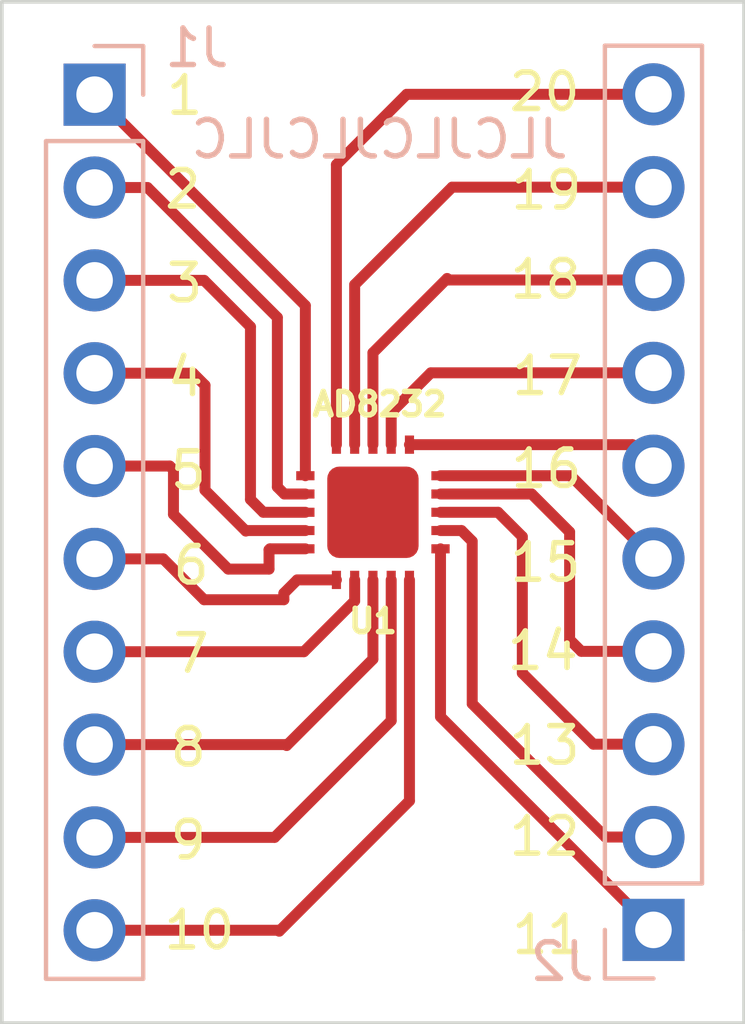
<source format=kicad_pcb>
(kicad_pcb (version 20211014) (generator pcbnew)
  (layers (0 "F.Cu" signal) (31 "B.Cu" power) (34 "B.Paste" user) (35 "F.Paste" user) (36 "B.SilkS" user "B.Silkscreen") (37 "F.SilkS" user "F.Silkscreen") (38 "B.Mask" user) (39 "F.Mask" user) (44 "Edge.Cuts" user))
  (net 0 "")
  (net 1 "Net-(J1-Pad1)")
  (net 2 "Net-(J1-Pad2)")
  (net 3 "Net-(J1-Pad3)")
  (net 4 "Net-(J1-Pad4)")
  (net 5 "Net-(J1-Pad5)")
  (net 6 "Net-(J1-Pad6)")
  (net 7 "Net-(J1-Pad7)")
  (net 8 "Net-(J1-Pad8)")
  (net 9 "Net-(J1-Pad9)")
  (net 10 "Net-(J1-Pad10)")
  (net 11 "Net-(J2-Pad1)")
  (net 12 "Net-(J2-Pad2)")
  (net 13 "Net-(J2-Pad3)")
  (net 14 "Net-(J2-Pad4)")
  (net 15 "Net-(J2-Pad5)")
  (net 16 "Net-(J2-Pad6)")
  (net 17 "Net-(J2-Pad7)")
  (net 18 "Net-(J2-Pad8)")
  (net 19 "Net-(J2-Pad9)")
  (net 20 "Net-(J2-Pad10)")
  (footprint "AD8232:LFCSP_20" (layer "F.Cu") (at 147.32 92.705)
    (fp_text reference "U1" (at 0 2.9768) (layer "F.SilkS") (effects (font (size 0.64 0.64))))
    (fp_text value "AD8232" (at 0.18 -2.955) (layer "F.SilkS") (effects (font (size 0.64 0.64))))
    (pad "1" smd rect locked (at -1.85 -1 270) (size 0.25 0.5) (layers "F.Cu" "F.Paste" "F.Mask") (net 1 "Net-(J1-Pad1)"))
    (pad "2" smd rect locked (at -1.85 -0.5 270) (size 0.25 0.5) (layers "F.Cu" "F.Paste" "F.Mask") (net 2 "Net-(J1-Pad2)"))
    (pad "3" smd rect locked (at -1.85 0 270) (size 0.25 0.5) (layers "F.Cu" "F.Paste" "F.Mask") (net 3 "Net-(J1-Pad3)"))
    (pad "4" smd rect locked (at -1.85 0.5 270) (size 0.25 0.5) (layers "F.Cu" "F.Paste" "F.Mask") (net 4 "Net-(J1-Pad4)"))
    (pad "5" smd rect locked (at -1.85 1 270) (size 0.25 0.5) (layers "F.Cu" "F.Paste" "F.Mask") (net 5 "Net-(J1-Pad5)"))
    (pad "6" smd rect locked (at -1 1.85) (size 0.25 0.5) (layers "F.Cu" "F.Paste" "F.Mask") (net 6 "Net-(J1-Pad6)"))
    (pad "7" smd rect locked (at -0.5 1.85) (size 0.25 0.5) (layers "F.Cu" "F.Paste" "F.Mask") (net 7 "Net-(J1-Pad7)"))
    (pad "8" smd rect locked (at 0 1.85) (size 0.25 0.5) (layers "F.Cu" "F.Paste" "F.Mask") (net 8 "Net-(J1-Pad8)"))
    (pad "9" smd rect locked (at 0.5 1.85) (size 0.25 0.5) (layers "F.Cu" "F.Paste" "F.Mask") (net 9 "Net-(J1-Pad9)"))
    (pad "10" smd rect locked (at 1 1.85) (size 0.25 0.5) (layers "F.Cu" "F.Paste" "F.Mask") (net 10 "Net-(J1-Pad10)"))
    (pad "11" smd rect locked (at 1.85 1 90) (size 0.25 0.5) (layers "F.Cu" "F.Paste" "F.Mask") (net 11 "Net-(J2-Pad1)"))
    (pad "12" smd rect locked (at 1.85 0.5 90) (size 0.25 0.5) (layers "F.Cu" "F.Paste" "F.Mask") (net 12 "Net-(J2-Pad2)"))
    (pad "13" smd rect locked (at 1.85 0 90) (size 0.25 0.5) (layers "F.Cu" "F.Paste" "F.Mask") (net 13 "Net-(J2-Pad3)"))
    (pad "14" smd rect locked (at 1.85 -0.5 90) (size 0.25 0.5) (layers "F.Cu" "F.Paste" "F.Mask") (net 14 "Net-(J2-Pad4)"))
    (pad "15" smd rect locked (at 1.85 -1 90) (size 0.25 0.5) (layers "F.Cu" "F.Paste" "F.Mask") (net 15 "Net-(J2-Pad5)"))
    (pad "16" smd rect locked (at 1 -1.85 180) (size 0.25 0.5) (layers "F.Cu" "F.Paste" "F.Mask") (net 16 "Net-(J2-Pad6)"))
    (pad "17" smd rect locked (at 0.5 -1.85 180) (size 0.25 0.5) (layers "F.Cu" "F.Paste" "F.Mask") (net 17 "Net-(J2-Pad7)"))
    (pad "18" smd rect locked (at 0 -1.85 180) (size 0.25 0.5) (layers "F.Cu" "F.Paste" "F.Mask") (net 18 "Net-(J2-Pad8)"))
    (pad "19" smd rect locked (at -0.5 -1.85 180) (size 0.25 0.5) (layers "F.Cu" "F.Paste" "F.Mask") (net 19 "Net-(J2-Pad9)"))
    (pad "20" smd rect locked (at -1 -1.85 180) (size 0.25 0.5) (layers "F.Cu" "F.Paste" "F.Mask") (net 20 "Net-(J2-Pad10)"))
    (pad "PAD" smd roundrect locked (at 0 0) (size 2.5 2.5) (layers "F.Cu" "F.Mask") (roundrect_rratio 0.13))
  )
  (footprint "Connector_PinHeader_2.54mm:PinHeader_1x10_P2.54mm_Vertical" (layer "B.Cu") (at 139.7 81.28 180)
    (fp_text reference "J1" (at -2.8 1.28) (layer "B.SilkS") (effects (justify mirror)))
    (fp_text value "Conn_01x10_Male" hide)
    (fp_line (start -1.33 -1.27) (end 1.33 -1.27) (layer "B.SilkS") (width 0.12))
    (fp_line (start 1.33 -1.27) (end 1.33 -24.19) (layer "B.SilkS") (width 0.12))
    (fp_line (start -1.33 -24.19) (end 1.33 -24.19) (layer "B.SilkS") (width 0.12))
    (fp_line (start -1.33 -1.27) (end -1.33 -24.19) (layer "B.SilkS") (width 0.12))
    (fp_line (start -1.33 1.33) (end 0 1.33) (layer "B.SilkS") (width 0.12))
    (fp_line (start -1.33 0) (end -1.33 1.33) (layer "B.SilkS") (width 0.12))
    (pad "1" thru_hole rect (at 0 0 180) (size 1.7 1.7) (drill 1) (layers *.Cu *.Mask) (net 1 "Net-(J1-Pad1)"))
    (pad "2" thru_hole oval (at 0 -2.54 180) (size 1.7 1.7) (drill 1) (layers *.Cu *.Mask) (net 2 "Net-(J1-Pad2)"))
    (pad "3" thru_hole oval (at 0 -5.08 180) (size 1.7 1.7) (drill 1) (layers *.Cu *.Mask) (net 3 "Net-(J1-Pad3)"))
    (pad "4" thru_hole oval (at 0 -7.62 180) (size 1.7 1.7) (drill 1) (layers *.Cu *.Mask) (net 4 "Net-(J1-Pad4)"))
    (pad "5" thru_hole oval (at 0 -10.16 180) (size 1.7 1.7) (drill 1) (layers *.Cu *.Mask) (net 5 "Net-(J1-Pad5)"))
    (pad "6" thru_hole oval (at 0 -12.7 180) (size 1.7 1.7) (drill 1) (layers *.Cu *.Mask) (net 6 "Net-(J1-Pad6)"))
    (pad "7" thru_hole oval (at 0 -15.24 180) (size 1.7 1.7) (drill 1) (layers *.Cu *.Mask) (net 7 "Net-(J1-Pad7)"))
    (pad "8" thru_hole oval (at 0 -17.78 180) (size 1.7 1.7) (drill 1) (layers *.Cu *.Mask) (net 8 "Net-(J1-Pad8)"))
    (pad "9" thru_hole oval (at 0 -20.32 180) (size 1.7 1.7) (drill 1) (layers *.Cu *.Mask) (net 9 "Net-(J1-Pad9)"))
    (pad "10" thru_hole oval (at 0 -22.86 180) (size 1.7 1.7) (drill 1) (layers *.Cu *.Mask) (net 10 "Net-(J1-Pad10)"))
  )
  (footprint "Connector_PinHeader_2.54mm:PinHeader_1x10_P2.54mm_Vertical" (layer "B.Cu") (at 155 104.13)
    (fp_text reference "J2" (at -2.5 0.87) (layer "B.SilkS") (effects (justify mirror)))
    (fp_text value "Conn_01x10_Male" hide)
    (fp_line (start -1.33 1.33) (end 0 1.33) (layer "B.SilkS") (width 0.12))
    (fp_line (start -1.33 -1.27) (end 1.33 -1.27) (layer "B.SilkS") (width 0.12))
    (fp_line (start -1.33 -1.27) (end -1.33 -24.19) (layer "B.SilkS") (width 0.12))
    (fp_line (start -1.33 0) (end -1.33 1.33) (layer "B.SilkS") (width 0.12))
    (fp_line (start -1.33 -24.19) (end 1.33 -24.19) (layer "B.SilkS") (width 0.12))
    (fp_line (start 1.33 -1.27) (end 1.33 -24.19) (layer "B.SilkS") (width 0.12))
    (pad "1" thru_hole rect (at 0 0) (size 1.7 1.7) (drill 1) (layers *.Cu *.Mask) (net 11 "Net-(J2-Pad1)"))
    (pad "2" thru_hole oval (at 0 -2.54) (size 1.7 1.7) (drill 1) (layers *.Cu *.Mask) (net 12 "Net-(J2-Pad2)"))
    (pad "3" thru_hole oval (at 0 -5.08) (size 1.7 1.7) (drill 1) (layers *.Cu *.Mask) (net 13 "Net-(J2-Pad3)"))
    (pad "4" thru_hole oval (at 0 -7.62) (size 1.7 1.7) (drill 1) (layers *.Cu *.Mask) (net 14 "Net-(J2-Pad4)"))
    (pad "5" thru_hole oval (at 0 -10.16) (size 1.7 1.7) (drill 1) (layers *.Cu *.Mask) (net 15 "Net-(J2-Pad5)"))
    (pad "6" thru_hole oval (at 0 -12.7) (size 1.7 1.7) (drill 1) (layers *.Cu *.Mask) (net 16 "Net-(J2-Pad6)"))
    (pad "7" thru_hole oval (at 0 -15.24) (size 1.7 1.7) (drill 1) (layers *.Cu *.Mask) (net 17 "Net-(J2-Pad7)"))
    (pad "8" thru_hole oval (at 0 -17.78) (size 1.7 1.7) (drill 1) (layers *.Cu *.Mask) (net 18 "Net-(J2-Pad8)"))
    (pad "9" thru_hole oval (at 0 -20.32) (size 1.7 1.7) (drill 1) (layers *.Cu *.Mask) (net 19 "Net-(J2-Pad9)"))
    (pad "10" thru_hole oval (at 0 -22.86) (size 1.7 1.7) (drill 1) (layers *.Cu *.Mask) (net 20 "Net-(J2-Pad10)"))
  )
  (gr_line (start 137.16 106.68) (end 137.16 78.74) (layer "Edge.Cuts") (width 0.1))
  (gr_line (start 157.48 106.68) (end 137.16 106.68) (layer "Edge.Cuts") (width 0.1))
  (gr_line (start 154.94 78.74) (end 157.48 78.74) (layer "Edge.Cuts") (width 0.1))
  (gr_line (start 137.16 78.74) (end 154.94 78.74) (layer "Edge.Cuts") (width 0.1))
  (gr_line (start 157.48 78.74) (end 157.48 104.14) (layer "Edge.Cuts") (width 0.1))
  (gr_line (start 157.48 104.14) (end 157.48 106.68) (layer "Edge.Cuts") (width 0.1))
  (gr_text "JLCJLCJLCJLC" (at 147.5 82.5) (layer "B.SilkS") (effects (font (size 1 1)) (justify mirror)))
  (gr_text "6" (at 142.3416 94.1578) (layer "F.SilkS") (effects (font (size 1 1))))
  (gr_text "7" (at 142.3416 96.5708) (layer "F.SilkS") (effects (font (size 1 1))))
  (gr_text "11" (at 152.0952 104.267) (layer "F.SilkS") (effects (font (size 1 1))))
  (gr_text "16" (at 152.0698 91.5162) (layer "F.SilkS") (effects (font (size 1 1))))
  (gr_text "14" (at 151.9682 96.4946) (layer "F.SilkS") (effects (font (size 1 1))))
  (gr_text "3" (at 142.1638 86.4362) (layer "F.SilkS") (effects (font (size 1 1))))
  (gr_text "8" (at 142.2654 99.1362) (layer "F.SilkS") (effects (font (size 1 1))))
  (gr_text "19" (at 152.0698 83.8962) (layer "F.SilkS") (effects (font (size 1 1))))
  (gr_text "13" (at 152.019 99.0854) (layer "F.SilkS") (effects (font (size 1 1))))
  (gr_text "1" (at 142.1638 81.3054) (layer "F.SilkS") (effects (font (size 1 1))))
  (gr_text "10" (at 142.5702 104.14) (layer "F.SilkS") (effects (font (size 1 1))))
  (gr_text "17" (at 152.0952 88.9762) (layer "F.SilkS") (effects (font (size 1 1))))
  (gr_text "12" (at 152.019 101.5746) (layer "F.SilkS") (effects (font (size 1 1))))
  (gr_text "18" (at 152.0444 86.3346) (layer "F.SilkS") (effects (font (size 1 1))))
  (gr_text "9" (at 142.2654 101.6762) (layer "F.SilkS") (effects (font (size 1 1))))
  (gr_text "4\n" (at 142.1892 89.0016) (layer "F.SilkS") (effects (font (size 1 1))))
  (gr_text "15" (at 152.0444 94.0816) (layer "F.SilkS") (effects (font (size 1 1))))
  (gr_text "20" (at 152.019 81.2038) (layer "F.SilkS") (effects (font (size 1 1))))
  (gr_text "2" (at 142.113 83.8708) (layer "F.SilkS") (effects (font (size 1 1))))
  (gr_text "5" (at 142.2654 91.567) (layer "F.SilkS") (effects (font (size 1 1))))
  (segment (start 145.47 87.05) (end 139.7 81.28) (width 0.3) (layer "F.Cu") (net 1))
  (segment (start 145.47 91.705) (end 145.47 87.05) (width 0.3) (layer "F.Cu") (net 1))
  (segment (start 144.7038 92.0138) (end 144.7038 87.376) (width 0.3) (layer "F.Cu") (net 2))
  (segment (start 145.47 92.205) (end 144.895 92.205) (width 0.3) (layer "F.Cu") (net 2))
  (segment (start 144.7038 87.376) (end 141.1478 83.82) (width 0.3) (layer "F.Cu") (net 2))
  (segment (start 141.1478 83.82) (end 139.7 83.82) (width 0.3) (layer "F.Cu") (net 2))
  (segment (start 144.895 92.205) (end 144.7038 92.0138) (width 0.3) (layer "F.Cu") (net 2))
  (segment (start 145.47 92.705) (end 144.3178 92.705) (width 0.3) (layer "F.Cu") (net 3))
  (segment (start 142.6972 86.36) (end 139.7 86.36) (width 0.3) (layer "F.Cu") (net 3))
  (segment (start 144.3178 92.705) (end 143.9672 92.3544) (width 0.3) (layer "F.Cu") (net 3))
  (segment (start 143.9672 87.63) (end 142.6972 86.36) (width 0.3) (layer "F.Cu") (net 3))
  (segment (start 143.9672 92.3544) (end 143.9672 87.63) (width 0.3) (layer "F.Cu") (net 3))
  (segment (start 142.7226 89.2302) (end 142.3924 88.9) (width 0.3) (layer "F.Cu") (net 4))
  (segment (start 145.47 93.205) (end 143.8532 93.205) (width 0.3) (layer "F.Cu") (net 4))
  (segment (start 142.3924 88.9) (end 139.7 88.9) (width 0.3) (layer "F.Cu") (net 4))
  (segment (start 143.8402 93.218) (end 142.7226 92.1004) (width 0.3) (layer "F.Cu") (net 4))
  (segment (start 142.7226 92.1004) (end 142.7226 89.2302) (width 0.3) (layer "F.Cu") (net 4))
  (segment (start 143.8532 93.205) (end 143.8402 93.218) (width 0.3) (layer "F.Cu") (net 4))
  (segment (start 141.859 91.5416) (end 141.7574 91.44) (width 0.3) (layer "F.Cu") (net 5))
  (segment (start 145.47 93.705) (end 144.5006 93.705) (width 0.3) (layer "F.Cu") (net 5))
  (segment (start 144.5006 93.705) (end 144.4752 93.7304) (width 0.3) (layer "F.Cu") (net 5))
  (segment (start 141.859 92.7608) (end 141.859 91.5416) (width 0.3) (layer "F.Cu") (net 5))
  (segment (start 141.7574 91.44) (end 139.7 91.44) (width 0.3) (layer "F.Cu") (net 5))
  (segment (start 144.4752 94.2594) (end 143.3576 94.2594) (width 0.3) (layer "F.Cu") (net 5))
  (segment (start 144.4752 93.7304) (end 144.4752 94.2594) (width 0.3) (layer "F.Cu") (net 5))
  (segment (start 143.3576 94.2594) (end 141.859 92.7608) (width 0.3) (layer "F.Cu") (net 5))
  (segment (start 141.5796 93.98) (end 139.7 93.98) (width 0.3) (layer "F.Cu") (net 6))
  (segment (start 144.8816 94.9198) (end 144.8816 95.0976) (width 0.3) (layer "F.Cu") (net 6))
  (segment (start 142.6972 95.0976) (end 141.5796 93.98) (width 0.3) (layer "F.Cu") (net 6))
  (segment (start 144.8816 95.0976) (end 142.6972 95.0976) (width 0.3) (layer "F.Cu") (net 6))
  (segment (start 145.2464 94.555) (end 144.8816 94.9198) (width 0.3) (layer "F.Cu") (net 6))
  (segment (start 146.32 94.555) (end 145.2464 94.555) (width 0.3) (layer "F.Cu") (net 6))
  (segment (start 145.43 96.52) (end 139.7 96.52) (width 0.3) (layer "F.Cu") (net 7))
  (segment (start 146.82 94.555) (end 146.82 95.13) (width 0.3) (layer "F.Cu") (net 7))
  (segment (start 146.82 95.13) (end 145.43 96.52) (width 0.3) (layer "F.Cu") (net 7))
  (segment (start 147.32 96.7232) (end 144.9578 99.0854) (width 0.3) (layer "F.Cu") (net 8))
  (segment (start 144.9578 99.0854) (end 144.9324 99.06) (width 0.3) (layer "F.Cu") (net 8))
  (segment (start 144.9324 99.06) (end 139.7 99.06) (width 0.3) (layer "F.Cu") (net 8))
  (segment (start 147.32 94.555) (end 147.32 96.7232) (width 0.3) (layer "F.Cu") (net 8))
  (segment (start 144.6276 101.6) (end 139.7 101.6) (width 0.3) (layer "F.Cu") (net 9))
  (segment (start 147.82 94.555) (end 147.82 98.4076) (width 0.3) (layer "F.Cu") (net 9))
  (segment (start 147.82 98.4076) (end 144.6276 101.6) (width 0.3) (layer "F.Cu") (net 9))
  (segment (start 148.32 94.555) (end 148.32 100.6) (width 0.3) (layer "F.Cu") (net 10))
  (segment (start 144.7546 104.1654) (end 144.7292 104.14) (width 0.3) (layer "F.Cu") (net 10))
  (segment (start 148.32 100.6) (end 144.7546 104.1654) (width 0.3) (layer "F.Cu") (net 10))
  (segment (start 144.7292 104.14) (end 139.7 104.14) (width 0.3) (layer "F.Cu") (net 10))
  (segment (start 149.17 98.3) (end 155 104.13) (width 0.3) (layer "F.Cu") (net 11))
  (segment (start 149.17 93.705) (end 149.17 98.3) (width 0.3) (layer "F.Cu") (net 11))
  (segment (start 149.745 93.205) (end 150.0378 93.4978) (width 0.3) (layer "F.Cu") (net 12))
  (segment (start 150.0378 93.4978) (end 150.0378 97.9424) (width 0.3) (layer "F.Cu") (net 12))
  (segment (start 150.0378 97.9424) (end 153.6854 101.59) (width 0.3) (layer "F.Cu") (net 12))
  (segment (start 149.17 93.205) (end 149.745 93.205) (width 0.3) (layer "F.Cu") (net 12))
  (segment (start 153.6854 101.59) (end 155 101.59) (width 0.3) (layer "F.Cu") (net 12))
  (segment (start 153.3552 99.05) (end 155 99.05) (width 0.3) (layer "F.Cu") (net 13))
  (segment (start 149.17 92.705) (end 150.744 92.705) (width 0.3) (layer "F.Cu") (net 13))
  (segment (start 151.4094 93.3704) (end 151.4094 97.1042) (width 0.3) (layer "F.Cu") (net 13))
  (segment (start 151.4094 97.1042) (end 153.3552 99.05) (width 0.3) (layer "F.Cu") (net 13))
  (segment (start 150.744 92.705) (end 151.4094 93.3704) (width 0.3) (layer "F.Cu") (net 13))
  (segment (start 149.17 92.205) (end 151.6664 92.205) (width 0.3) (layer "F.Cu") (net 14))
  (segment (start 151.6664 92.205) (end 152.7048 93.2434) (width 0.3) (layer "F.Cu") (net 14))
  (segment (start 153.025 96.51) (end 155 96.51) (width 0.3) (layer "F.Cu") (net 14))
  (segment (start 152.7048 96.1898) (end 153.025 96.51) (width 0.3) (layer "F.Cu") (net 14))
  (segment (start 152.7048 93.2434) (end 152.7048 96.1898) (width 0.3) (layer "F.Cu") (net 14))
  (segment (start 149.17 91.705) (end 152.735 91.705) (width 0.3) (layer "F.Cu") (net 15))
  (segment (start 152.735 91.705) (end 155 93.97) (width 0.3) (layer "F.Cu") (net 15))
  (segment (start 154.425 90.855) (end 155 91.43) (width 0.3) (layer "F.Cu") (net 16))
  (segment (start 148.32 90.855) (end 154.425 90.855) (width 0.3) (layer "F.Cu") (net 16))
  (segment (start 148.9048 88.89) (end 155 88.89) (width 0.3) (layer "F.Cu") (net 17))
  (segment (start 147.82 89.9748) (end 148.9048 88.89) (width 0.3) (layer "F.Cu") (net 17))
  (segment (start 147.82 90.855) (end 147.82 89.9748) (width 0.3) (layer "F.Cu") (net 17))
  (segment (start 147.32 90.855) (end 147.32 88.3412) (width 0.3) (layer "F.Cu") (net 18))
  (segment (start 147.32 88.3412) (end 149.352 86.3092) (width 0.3) (layer "F.Cu") (net 18))
  (segment (start 149.352 86.3092) (end 149.3928 86.35) (width 0.3) (layer "F.Cu") (net 18))
  (segment (start 149.3928 86.35) (end 155 86.35) (width 0.3) (layer "F.Cu") (net 18))
  (segment (start 146.82 86.479) (end 149.489 83.81) (width 0.3) (layer "F.Cu") (net 19))
  (segment (start 146.82 90.855) (end 146.82 86.479) (width 0.3) (layer "F.Cu") (net 19))
  (segment (start 149.489 83.81) (end 155 83.81) (width 0.3) (layer "F.Cu") (net 19))
  (segment (start 146.32 83.1944) (end 148.2444 81.27) (width 0.3) (layer "F.Cu") (net 20))
  (segment (start 148.2444 81.27) (end 155 81.27) (width 0.3) (layer "F.Cu") (net 20))
  (segment (start 146.32 90.855) (end 146.32 83.1944) (width 0.3) (layer "F.Cu") (net 20))
)
</source>
